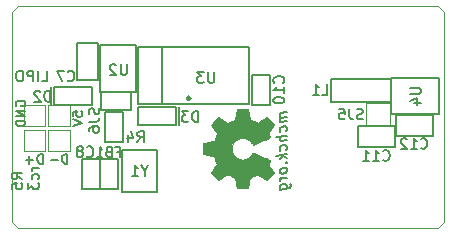
<source format=gbo>
G04 #@! TF.FileFunction,Legend,Bot*
%FSLAX46Y46*%
G04 Gerber Fmt 4.6, Leading zero omitted, Abs format (unit mm)*
G04 Created by KiCad (PCBNEW no-vcs-found-product) date Sun 27 Dec 2015 02:00:56 GMT*
%MOMM*%
G01*
G04 APERTURE LIST*
%ADD10C,0.150000*%
%ADD11C,0.100000*%
%ADD12C,0.099060*%
%ADD13C,0.099600*%
%ADD14C,0.149860*%
%ADD15C,0.299720*%
%ADD16C,0.002540*%
%ADD17C,0.120000*%
%ADD18C,0.152400*%
G04 APERTURE END LIST*
D10*
D11*
X38862000Y-41910000D02*
X38862000Y-59690000D01*
D12*
X74930000Y-60198000D02*
X39370000Y-60198000D01*
X75438000Y-41910000D02*
X75438000Y-59690000D01*
X39370000Y-41402000D02*
X74930000Y-41402000D01*
D13*
X39370000Y-60198000D02*
X38862000Y-59690000D01*
X75438000Y-59690000D02*
X74930000Y-60198000D01*
X74930000Y-41402000D02*
X75438000Y-41910000D01*
X38862000Y-41910000D02*
X39370000Y-41402000D01*
D14*
X39702421Y-56072388D02*
X39274249Y-55772668D01*
X39702421Y-55558583D02*
X38803261Y-55558583D01*
X38803261Y-55901120D01*
X38846078Y-55986754D01*
X38888895Y-56029571D01*
X38974529Y-56072388D01*
X39102981Y-56072388D01*
X39188615Y-56029571D01*
X39231432Y-55986754D01*
X39274249Y-55901120D01*
X39274249Y-55558583D01*
X38803261Y-56885914D02*
X38803261Y-56457743D01*
X39231432Y-56414926D01*
X39188615Y-56457743D01*
X39145798Y-56543377D01*
X39145798Y-56757463D01*
X39188615Y-56843097D01*
X39231432Y-56885914D01*
X39317067Y-56928731D01*
X39531152Y-56928731D01*
X39616787Y-56885914D01*
X39659604Y-56843097D01*
X39702421Y-56757463D01*
X39702421Y-56543377D01*
X39659604Y-56457743D01*
X39616787Y-56414926D01*
X41111105Y-55130411D02*
X40511665Y-55130411D01*
X40682933Y-55130411D02*
X40597299Y-55173228D01*
X40554482Y-55216045D01*
X40511665Y-55301679D01*
X40511665Y-55387314D01*
X41068288Y-56072388D02*
X41111105Y-55986754D01*
X41111105Y-55815485D01*
X41068288Y-55729851D01*
X41025471Y-55687034D01*
X40939836Y-55644217D01*
X40682933Y-55644217D01*
X40597299Y-55687034D01*
X40554482Y-55729851D01*
X40511665Y-55815485D01*
X40511665Y-55986754D01*
X40554482Y-56072388D01*
X40211945Y-56372108D02*
X40211945Y-56928731D01*
X40554482Y-56629011D01*
X40554482Y-56757463D01*
X40597299Y-56843097D01*
X40640116Y-56885914D01*
X40725751Y-56928731D01*
X40939836Y-56928731D01*
X41025471Y-56885914D01*
X41068288Y-56843097D01*
X41111105Y-56757463D01*
X41111105Y-56500560D01*
X41068288Y-56414926D01*
X41025471Y-56372108D01*
X62106763Y-50416460D02*
X61507323Y-50491390D01*
X61592957Y-50480686D02*
X61550140Y-50528855D01*
X61507323Y-50619841D01*
X61507323Y-50748293D01*
X61550140Y-50828575D01*
X61635774Y-50860688D01*
X62106763Y-50801814D01*
X61635774Y-50860688D02*
X61550140Y-50914209D01*
X61507323Y-51005195D01*
X61507323Y-51133647D01*
X61550140Y-51213929D01*
X61635774Y-51246042D01*
X62106763Y-51187168D01*
X62063946Y-52006046D02*
X62106763Y-51915060D01*
X62106763Y-51743791D01*
X62063946Y-51663509D01*
X62021129Y-51626044D01*
X61935494Y-51593932D01*
X61678591Y-51626045D01*
X61592957Y-51679566D01*
X61550140Y-51727735D01*
X61507323Y-51818721D01*
X61507323Y-51989990D01*
X61550140Y-52070272D01*
X62106763Y-52386049D02*
X61207603Y-52498444D01*
X62106763Y-52771403D02*
X61635774Y-52830277D01*
X61550140Y-52798164D01*
X61507323Y-52717882D01*
X61507323Y-52589430D01*
X61550140Y-52498444D01*
X61592957Y-52450275D01*
X62063946Y-53590281D02*
X62106763Y-53499295D01*
X62106763Y-53328026D01*
X62063946Y-53247744D01*
X62021129Y-53210279D01*
X61935494Y-53178167D01*
X61678591Y-53210280D01*
X61592957Y-53263801D01*
X61550140Y-53311970D01*
X61507323Y-53402956D01*
X61507323Y-53574225D01*
X61550140Y-53654507D01*
X62106763Y-53970284D02*
X61207603Y-54082679D01*
X61764226Y-54098735D02*
X62106763Y-54312821D01*
X61507323Y-54387751D02*
X61849860Y-54002397D01*
X62021129Y-54708879D02*
X62063946Y-54746344D01*
X62106763Y-54698175D01*
X62063946Y-54660710D01*
X62021129Y-54708879D01*
X62106763Y-54698175D01*
X62106763Y-55254797D02*
X62063946Y-55174515D01*
X62021129Y-55137050D01*
X61935494Y-55104938D01*
X61678591Y-55137051D01*
X61592957Y-55190572D01*
X61550140Y-55238741D01*
X61507323Y-55329727D01*
X61507323Y-55458179D01*
X61550140Y-55538461D01*
X61592957Y-55575926D01*
X61678591Y-55608039D01*
X61935494Y-55575926D01*
X62021129Y-55522404D01*
X62063946Y-55474235D01*
X62106763Y-55383249D01*
X62106763Y-55254797D01*
X62106763Y-55939872D02*
X61507323Y-56014802D01*
X61678591Y-55993394D02*
X61592957Y-56046915D01*
X61550140Y-56095084D01*
X61507323Y-56186070D01*
X61507323Y-56271705D01*
X61507323Y-56956779D02*
X62235214Y-56865793D01*
X62320849Y-56812271D01*
X62363666Y-56764102D01*
X62406483Y-56673115D01*
X62406483Y-56544664D01*
X62363666Y-56464382D01*
X62063946Y-56887201D02*
X62106763Y-56796215D01*
X62106763Y-56624946D01*
X62063946Y-56544664D01*
X62021129Y-56507199D01*
X61935494Y-56475087D01*
X61678591Y-56507200D01*
X61592957Y-56560721D01*
X61550140Y-56608890D01*
X61507323Y-56699876D01*
X61507323Y-56871145D01*
X61550140Y-56951427D01*
X42158500Y-49762000D02*
X42158500Y-48238000D01*
X42412500Y-49762000D02*
X45587500Y-49762000D01*
X45587500Y-49762000D02*
X45587500Y-48238000D01*
X45587500Y-48238000D02*
X42412500Y-48238000D01*
X42412500Y-48238000D02*
X42412500Y-49762000D01*
X70911800Y-47557440D02*
X65831800Y-47557440D01*
X65831800Y-47557440D02*
X65831800Y-49558960D01*
X65831800Y-49558960D02*
X70911800Y-49558960D01*
X70911800Y-49558960D02*
X70911800Y-47557440D01*
X49324000Y-44695940D02*
X49324000Y-48704060D01*
X49324000Y-44693400D02*
X46276000Y-44693400D01*
X46276000Y-44695940D02*
X46276000Y-48704060D01*
X46276000Y-48704060D02*
X49324000Y-48704060D01*
X51075340Y-57200860D02*
X51075340Y-53599140D01*
X51075340Y-53599140D02*
X48174660Y-53599140D01*
X48174660Y-53599140D02*
X48174660Y-57200860D01*
X48174660Y-57200860D02*
X51075340Y-57200860D01*
X51499220Y-49751100D02*
X49500240Y-49751100D01*
X49500240Y-49751100D02*
X49500240Y-44848900D01*
X49500240Y-44848900D02*
X51499220Y-44848900D01*
X58900780Y-49751100D02*
X58900780Y-44848900D01*
X58900780Y-44848900D02*
X51499220Y-44848900D01*
X51499220Y-44848900D02*
X51499220Y-49751100D01*
X51499220Y-49751100D02*
X58900780Y-49751100D01*
D15*
X53883259Y-49227860D02*
G75*
G03X53883259Y-49227860I-100579J0D01*
G01*
D14*
X46738000Y-50430000D02*
X46738000Y-52970000D01*
X46738000Y-52970000D02*
X48262000Y-52970000D01*
X48262000Y-52970000D02*
X48262000Y-50430000D01*
X48262000Y-50430000D02*
X46738000Y-50430000D01*
X44311000Y-44512500D02*
X44311000Y-47687500D01*
X44311000Y-47687500D02*
X46089000Y-47687500D01*
X46089000Y-47687500D02*
X46089000Y-44512500D01*
X46089000Y-44512500D02*
X44311000Y-44512500D01*
X60662000Y-49770000D02*
X60662000Y-47230000D01*
X60662000Y-47230000D02*
X59138000Y-47230000D01*
X59138000Y-47230000D02*
X59138000Y-49770000D01*
X59138000Y-49770000D02*
X60662000Y-49770000D01*
X52941500Y-49938000D02*
X52941500Y-51462000D01*
X52687500Y-49938000D02*
X49512500Y-49938000D01*
X49512500Y-49938000D02*
X49512500Y-51462000D01*
X49512500Y-51462000D02*
X52687500Y-51462000D01*
X52687500Y-51462000D02*
X52687500Y-49938000D01*
X74487500Y-50611000D02*
X71312500Y-50611000D01*
X71312500Y-50611000D02*
X71312500Y-52389000D01*
X71312500Y-52389000D02*
X74487500Y-52389000D01*
X74487500Y-52389000D02*
X74487500Y-50611000D01*
X68112500Y-53389000D02*
X71287500Y-53389000D01*
X71287500Y-53389000D02*
X71287500Y-51611000D01*
X71287500Y-51611000D02*
X68112500Y-51611000D01*
X68112500Y-51611000D02*
X68112500Y-53389000D01*
D16*
G36*
X60999740Y-55524380D02*
X60979420Y-55488820D01*
X60931160Y-55410080D01*
X60857500Y-55298320D01*
X60771140Y-55166240D01*
X60679700Y-55034160D01*
X60608580Y-54924940D01*
X60557780Y-54848740D01*
X60540000Y-54818260D01*
X60547620Y-54800480D01*
X60578100Y-54736980D01*
X60623820Y-54648080D01*
X60651760Y-54594740D01*
X60687320Y-54510920D01*
X60694940Y-54467740D01*
X60684780Y-54462660D01*
X60621280Y-54432180D01*
X60512060Y-54383920D01*
X60367280Y-54320420D01*
X60197100Y-54246760D01*
X60014220Y-54170560D01*
X59828800Y-54091820D01*
X59651000Y-54018160D01*
X59490980Y-53954660D01*
X59358900Y-53901320D01*
X59270000Y-53865760D01*
X59231900Y-53853060D01*
X59221740Y-53858140D01*
X59181100Y-53898780D01*
X59127760Y-53972440D01*
X58998220Y-54129920D01*
X58805180Y-54287400D01*
X58584200Y-54381380D01*
X58337820Y-54414400D01*
X58109220Y-54386460D01*
X57890780Y-54297560D01*
X57695200Y-54145160D01*
X57547880Y-53959740D01*
X57456440Y-53743840D01*
X57425960Y-53500000D01*
X57451360Y-53268860D01*
X57540260Y-53045340D01*
X57690120Y-52847220D01*
X57786640Y-52763400D01*
X57984760Y-52649100D01*
X58198120Y-52585600D01*
X58254000Y-52577980D01*
X58487680Y-52588140D01*
X58711200Y-52656720D01*
X58911860Y-52781180D01*
X59076960Y-52951360D01*
X59092200Y-52974220D01*
X59153160Y-53052960D01*
X59193800Y-53106300D01*
X59226820Y-53149480D01*
X59945640Y-52849760D01*
X60059940Y-52801500D01*
X60258060Y-52720220D01*
X60425700Y-52649100D01*
X60560320Y-52590680D01*
X60651760Y-52550040D01*
X60687320Y-52532260D01*
X60689860Y-52532260D01*
X60694940Y-52504320D01*
X60674620Y-52450980D01*
X60626360Y-52349380D01*
X60590800Y-52283340D01*
X60555240Y-52207140D01*
X60540000Y-52171580D01*
X60557780Y-52143640D01*
X60603500Y-52069980D01*
X60674620Y-51963300D01*
X60763520Y-51833760D01*
X60847340Y-51711840D01*
X60921000Y-51600080D01*
X60974340Y-51518800D01*
X60994660Y-51478160D01*
X60994660Y-51473080D01*
X60974340Y-51437520D01*
X60921000Y-51371480D01*
X60829560Y-51274960D01*
X60692400Y-51135260D01*
X60669540Y-51114940D01*
X60555240Y-51000640D01*
X60458720Y-50909200D01*
X60387600Y-50845700D01*
X60357120Y-50822840D01*
X60357120Y-50822840D01*
X60319020Y-50843160D01*
X60235200Y-50896500D01*
X60120900Y-50970160D01*
X59988820Y-51061600D01*
X59643380Y-51300360D01*
X59315720Y-51168280D01*
X59216660Y-51127640D01*
X59094740Y-51076840D01*
X59008380Y-51038740D01*
X58970280Y-51020960D01*
X58957580Y-50985400D01*
X58937260Y-50896500D01*
X58909320Y-50766960D01*
X58881380Y-50612020D01*
X58853440Y-50464700D01*
X58828040Y-50332620D01*
X58810260Y-50236100D01*
X58802640Y-50192920D01*
X58795020Y-50182760D01*
X58774700Y-50172600D01*
X58728980Y-50167520D01*
X58647700Y-50164980D01*
X58520700Y-50162440D01*
X58337820Y-50162440D01*
X58317500Y-50162440D01*
X58142240Y-50164980D01*
X58002540Y-50167520D01*
X57911100Y-50172600D01*
X57875540Y-50177680D01*
X57875540Y-50177680D01*
X57865380Y-50220860D01*
X57845060Y-50314840D01*
X57819660Y-50446920D01*
X57789180Y-50604400D01*
X57786640Y-50614560D01*
X57756160Y-50772040D01*
X57728220Y-50906660D01*
X57707900Y-50998100D01*
X57695200Y-51036200D01*
X57685040Y-51046360D01*
X57621540Y-51076840D01*
X57525020Y-51122560D01*
X57405640Y-51175900D01*
X57281180Y-51226700D01*
X57169420Y-51269880D01*
X57085600Y-51300360D01*
X57047500Y-51310520D01*
X57047500Y-51310520D01*
X57009400Y-51285120D01*
X56928120Y-51231780D01*
X56813820Y-51155580D01*
X56679200Y-51061600D01*
X56669040Y-51056520D01*
X56536960Y-50965080D01*
X56422660Y-50891420D01*
X56341380Y-50843160D01*
X56305820Y-50822840D01*
X56303280Y-50825380D01*
X56265180Y-50853320D01*
X56188980Y-50921900D01*
X56087380Y-51018420D01*
X55968000Y-51135260D01*
X55932440Y-51173360D01*
X55805440Y-51302900D01*
X55721620Y-51394340D01*
X55678440Y-51450220D01*
X55668280Y-51475620D01*
X55668280Y-51478160D01*
X55693680Y-51518800D01*
X55749560Y-51602620D01*
X55825760Y-51716920D01*
X55917200Y-51851540D01*
X55924820Y-51861700D01*
X56016260Y-51993780D01*
X56089920Y-52105540D01*
X56143260Y-52184280D01*
X56163580Y-52219840D01*
X56163580Y-52224920D01*
X56148340Y-52280800D01*
X56115320Y-52374780D01*
X56069600Y-52491620D01*
X56018800Y-52616080D01*
X55973080Y-52727840D01*
X55934980Y-52811660D01*
X55912120Y-52849760D01*
X55909580Y-52852300D01*
X55861320Y-52865000D01*
X55762260Y-52887860D01*
X55625100Y-52918340D01*
X55460000Y-52948820D01*
X55434600Y-52953900D01*
X55274580Y-52984380D01*
X55145040Y-53009780D01*
X55053600Y-53027560D01*
X55015500Y-53037720D01*
X55010420Y-53060580D01*
X55005340Y-53136780D01*
X55002800Y-53256160D01*
X55000260Y-53398400D01*
X55000260Y-53550800D01*
X55005340Y-53698120D01*
X55007880Y-53822580D01*
X55015500Y-53914020D01*
X55023120Y-53952120D01*
X55025660Y-53952120D01*
X55073920Y-53967360D01*
X55172980Y-53987680D01*
X55312680Y-54015620D01*
X55475240Y-54048640D01*
X55505720Y-54053720D01*
X55663200Y-54084200D01*
X55792740Y-54109600D01*
X55884180Y-54129920D01*
X55919740Y-54140080D01*
X55927360Y-54152780D01*
X55955300Y-54218820D01*
X55998480Y-54325500D01*
X56051820Y-54457580D01*
X56176280Y-54762380D01*
X55919740Y-55138300D01*
X55896880Y-55171320D01*
X55802900Y-55305940D01*
X55729240Y-55417700D01*
X55680980Y-55493900D01*
X55663200Y-55526920D01*
X55663200Y-55529460D01*
X55696220Y-55567560D01*
X55764800Y-55641220D01*
X55863860Y-55742820D01*
X55983240Y-55859660D01*
X56069600Y-55948560D01*
X56173740Y-56050160D01*
X56244860Y-56116200D01*
X56290580Y-56151760D01*
X56318520Y-56164460D01*
X56336300Y-56161920D01*
X56374400Y-56136520D01*
X56458220Y-56083180D01*
X56569980Y-56004440D01*
X56704600Y-55913000D01*
X56813820Y-55839340D01*
X56940820Y-55758060D01*
X57029720Y-55704720D01*
X57072900Y-55686940D01*
X57093220Y-55692020D01*
X57164340Y-55717420D01*
X57276100Y-55760600D01*
X57408180Y-55819020D01*
X57705360Y-55948560D01*
X57743460Y-56141600D01*
X57763780Y-56260980D01*
X57796800Y-56426080D01*
X57827280Y-56583560D01*
X57875540Y-56829940D01*
X58779780Y-56837560D01*
X58795020Y-56799460D01*
X58805180Y-56763900D01*
X58825500Y-56672460D01*
X58850900Y-56542920D01*
X58878840Y-56387980D01*
X58904240Y-56258440D01*
X58929640Y-56126360D01*
X58947420Y-56029840D01*
X58957580Y-55989200D01*
X58970280Y-55979040D01*
X59033780Y-55946020D01*
X59135380Y-55897760D01*
X59257300Y-55846960D01*
X59384300Y-55793620D01*
X59501140Y-55747900D01*
X59590040Y-55714880D01*
X59638300Y-55702180D01*
X59671320Y-55719960D01*
X59750060Y-55770760D01*
X59859280Y-55841880D01*
X59991360Y-55933320D01*
X60120900Y-56022220D01*
X60235200Y-56098420D01*
X60313940Y-56149220D01*
X60352040Y-56172080D01*
X60377440Y-56161920D01*
X60440940Y-56108580D01*
X60542540Y-56009520D01*
X60687320Y-55862200D01*
X60710180Y-55839340D01*
X60824480Y-55722500D01*
X60915920Y-55623440D01*
X60976880Y-55554860D01*
X60999740Y-55524380D01*
X60999740Y-55524380D01*
G37*
X60999740Y-55524380D02*
X60979420Y-55488820D01*
X60931160Y-55410080D01*
X60857500Y-55298320D01*
X60771140Y-55166240D01*
X60679700Y-55034160D01*
X60608580Y-54924940D01*
X60557780Y-54848740D01*
X60540000Y-54818260D01*
X60547620Y-54800480D01*
X60578100Y-54736980D01*
X60623820Y-54648080D01*
X60651760Y-54594740D01*
X60687320Y-54510920D01*
X60694940Y-54467740D01*
X60684780Y-54462660D01*
X60621280Y-54432180D01*
X60512060Y-54383920D01*
X60367280Y-54320420D01*
X60197100Y-54246760D01*
X60014220Y-54170560D01*
X59828800Y-54091820D01*
X59651000Y-54018160D01*
X59490980Y-53954660D01*
X59358900Y-53901320D01*
X59270000Y-53865760D01*
X59231900Y-53853060D01*
X59221740Y-53858140D01*
X59181100Y-53898780D01*
X59127760Y-53972440D01*
X58998220Y-54129920D01*
X58805180Y-54287400D01*
X58584200Y-54381380D01*
X58337820Y-54414400D01*
X58109220Y-54386460D01*
X57890780Y-54297560D01*
X57695200Y-54145160D01*
X57547880Y-53959740D01*
X57456440Y-53743840D01*
X57425960Y-53500000D01*
X57451360Y-53268860D01*
X57540260Y-53045340D01*
X57690120Y-52847220D01*
X57786640Y-52763400D01*
X57984760Y-52649100D01*
X58198120Y-52585600D01*
X58254000Y-52577980D01*
X58487680Y-52588140D01*
X58711200Y-52656720D01*
X58911860Y-52781180D01*
X59076960Y-52951360D01*
X59092200Y-52974220D01*
X59153160Y-53052960D01*
X59193800Y-53106300D01*
X59226820Y-53149480D01*
X59945640Y-52849760D01*
X60059940Y-52801500D01*
X60258060Y-52720220D01*
X60425700Y-52649100D01*
X60560320Y-52590680D01*
X60651760Y-52550040D01*
X60687320Y-52532260D01*
X60689860Y-52532260D01*
X60694940Y-52504320D01*
X60674620Y-52450980D01*
X60626360Y-52349380D01*
X60590800Y-52283340D01*
X60555240Y-52207140D01*
X60540000Y-52171580D01*
X60557780Y-52143640D01*
X60603500Y-52069980D01*
X60674620Y-51963300D01*
X60763520Y-51833760D01*
X60847340Y-51711840D01*
X60921000Y-51600080D01*
X60974340Y-51518800D01*
X60994660Y-51478160D01*
X60994660Y-51473080D01*
X60974340Y-51437520D01*
X60921000Y-51371480D01*
X60829560Y-51274960D01*
X60692400Y-51135260D01*
X60669540Y-51114940D01*
X60555240Y-51000640D01*
X60458720Y-50909200D01*
X60387600Y-50845700D01*
X60357120Y-50822840D01*
X60357120Y-50822840D01*
X60319020Y-50843160D01*
X60235200Y-50896500D01*
X60120900Y-50970160D01*
X59988820Y-51061600D01*
X59643380Y-51300360D01*
X59315720Y-51168280D01*
X59216660Y-51127640D01*
X59094740Y-51076840D01*
X59008380Y-51038740D01*
X58970280Y-51020960D01*
X58957580Y-50985400D01*
X58937260Y-50896500D01*
X58909320Y-50766960D01*
X58881380Y-50612020D01*
X58853440Y-50464700D01*
X58828040Y-50332620D01*
X58810260Y-50236100D01*
X58802640Y-50192920D01*
X58795020Y-50182760D01*
X58774700Y-50172600D01*
X58728980Y-50167520D01*
X58647700Y-50164980D01*
X58520700Y-50162440D01*
X58337820Y-50162440D01*
X58317500Y-50162440D01*
X58142240Y-50164980D01*
X58002540Y-50167520D01*
X57911100Y-50172600D01*
X57875540Y-50177680D01*
X57875540Y-50177680D01*
X57865380Y-50220860D01*
X57845060Y-50314840D01*
X57819660Y-50446920D01*
X57789180Y-50604400D01*
X57786640Y-50614560D01*
X57756160Y-50772040D01*
X57728220Y-50906660D01*
X57707900Y-50998100D01*
X57695200Y-51036200D01*
X57685040Y-51046360D01*
X57621540Y-51076840D01*
X57525020Y-51122560D01*
X57405640Y-51175900D01*
X57281180Y-51226700D01*
X57169420Y-51269880D01*
X57085600Y-51300360D01*
X57047500Y-51310520D01*
X57047500Y-51310520D01*
X57009400Y-51285120D01*
X56928120Y-51231780D01*
X56813820Y-51155580D01*
X56679200Y-51061600D01*
X56669040Y-51056520D01*
X56536960Y-50965080D01*
X56422660Y-50891420D01*
X56341380Y-50843160D01*
X56305820Y-50822840D01*
X56303280Y-50825380D01*
X56265180Y-50853320D01*
X56188980Y-50921900D01*
X56087380Y-51018420D01*
X55968000Y-51135260D01*
X55932440Y-51173360D01*
X55805440Y-51302900D01*
X55721620Y-51394340D01*
X55678440Y-51450220D01*
X55668280Y-51475620D01*
X55668280Y-51478160D01*
X55693680Y-51518800D01*
X55749560Y-51602620D01*
X55825760Y-51716920D01*
X55917200Y-51851540D01*
X55924820Y-51861700D01*
X56016260Y-51993780D01*
X56089920Y-52105540D01*
X56143260Y-52184280D01*
X56163580Y-52219840D01*
X56163580Y-52224920D01*
X56148340Y-52280800D01*
X56115320Y-52374780D01*
X56069600Y-52491620D01*
X56018800Y-52616080D01*
X55973080Y-52727840D01*
X55934980Y-52811660D01*
X55912120Y-52849760D01*
X55909580Y-52852300D01*
X55861320Y-52865000D01*
X55762260Y-52887860D01*
X55625100Y-52918340D01*
X55460000Y-52948820D01*
X55434600Y-52953900D01*
X55274580Y-52984380D01*
X55145040Y-53009780D01*
X55053600Y-53027560D01*
X55015500Y-53037720D01*
X55010420Y-53060580D01*
X55005340Y-53136780D01*
X55002800Y-53256160D01*
X55000260Y-53398400D01*
X55000260Y-53550800D01*
X55005340Y-53698120D01*
X55007880Y-53822580D01*
X55015500Y-53914020D01*
X55023120Y-53952120D01*
X55025660Y-53952120D01*
X55073920Y-53967360D01*
X55172980Y-53987680D01*
X55312680Y-54015620D01*
X55475240Y-54048640D01*
X55505720Y-54053720D01*
X55663200Y-54084200D01*
X55792740Y-54109600D01*
X55884180Y-54129920D01*
X55919740Y-54140080D01*
X55927360Y-54152780D01*
X55955300Y-54218820D01*
X55998480Y-54325500D01*
X56051820Y-54457580D01*
X56176280Y-54762380D01*
X55919740Y-55138300D01*
X55896880Y-55171320D01*
X55802900Y-55305940D01*
X55729240Y-55417700D01*
X55680980Y-55493900D01*
X55663200Y-55526920D01*
X55663200Y-55529460D01*
X55696220Y-55567560D01*
X55764800Y-55641220D01*
X55863860Y-55742820D01*
X55983240Y-55859660D01*
X56069600Y-55948560D01*
X56173740Y-56050160D01*
X56244860Y-56116200D01*
X56290580Y-56151760D01*
X56318520Y-56164460D01*
X56336300Y-56161920D01*
X56374400Y-56136520D01*
X56458220Y-56083180D01*
X56569980Y-56004440D01*
X56704600Y-55913000D01*
X56813820Y-55839340D01*
X56940820Y-55758060D01*
X57029720Y-55704720D01*
X57072900Y-55686940D01*
X57093220Y-55692020D01*
X57164340Y-55717420D01*
X57276100Y-55760600D01*
X57408180Y-55819020D01*
X57705360Y-55948560D01*
X57743460Y-56141600D01*
X57763780Y-56260980D01*
X57796800Y-56426080D01*
X57827280Y-56583560D01*
X57875540Y-56829940D01*
X58779780Y-56837560D01*
X58795020Y-56799460D01*
X58805180Y-56763900D01*
X58825500Y-56672460D01*
X58850900Y-56542920D01*
X58878840Y-56387980D01*
X58904240Y-56258440D01*
X58929640Y-56126360D01*
X58947420Y-56029840D01*
X58957580Y-55989200D01*
X58970280Y-55979040D01*
X59033780Y-55946020D01*
X59135380Y-55897760D01*
X59257300Y-55846960D01*
X59384300Y-55793620D01*
X59501140Y-55747900D01*
X59590040Y-55714880D01*
X59638300Y-55702180D01*
X59671320Y-55719960D01*
X59750060Y-55770760D01*
X59859280Y-55841880D01*
X59991360Y-55933320D01*
X60120900Y-56022220D01*
X60235200Y-56098420D01*
X60313940Y-56149220D01*
X60352040Y-56172080D01*
X60377440Y-56161920D01*
X60440940Y-56108580D01*
X60542540Y-56009520D01*
X60687320Y-55862200D01*
X60710180Y-55839340D01*
X60824480Y-55722500D01*
X60915920Y-55623440D01*
X60976880Y-55554860D01*
X60999740Y-55524380D01*
D14*
X47812000Y-56920000D02*
X47812000Y-54380000D01*
X47812000Y-54380000D02*
X46288000Y-54380000D01*
X46288000Y-54380000D02*
X46288000Y-56920000D01*
X46288000Y-56920000D02*
X47812000Y-56920000D01*
X74947860Y-50590200D02*
X70939740Y-50590200D01*
X74950400Y-50590200D02*
X74950400Y-47542200D01*
X74947860Y-47542200D02*
X70939740Y-47542200D01*
X70939740Y-47542200D02*
X70939740Y-50590200D01*
X46262000Y-56920000D02*
X46262000Y-54380000D01*
X46262000Y-54380000D02*
X44738000Y-54380000D01*
X44738000Y-54380000D02*
X44738000Y-56920000D01*
X44738000Y-56920000D02*
X46262000Y-56920000D01*
X46330000Y-50262000D02*
X48870000Y-50262000D01*
X48870000Y-50262000D02*
X48870000Y-48738000D01*
X48870000Y-48738000D02*
X46330000Y-48738000D01*
X46330000Y-48738000D02*
X46330000Y-50262000D01*
D17*
X68800000Y-51600000D02*
X70800000Y-51600000D01*
X70800000Y-51600000D02*
X70800000Y-49600000D01*
X70800000Y-49600000D02*
X68800000Y-49600000D01*
X68800000Y-49600000D02*
X68800000Y-51600000D01*
X41900000Y-51600000D02*
X43700000Y-51600000D01*
X43700000Y-51600000D02*
X43700000Y-49800000D01*
X43700000Y-49800000D02*
X41900000Y-49800000D01*
X41900000Y-49800000D02*
X41900000Y-51600000D01*
X39800000Y-51600000D02*
X41600000Y-51600000D01*
X41600000Y-51600000D02*
X41600000Y-49800000D01*
X41600000Y-49800000D02*
X39800000Y-49800000D01*
X39800000Y-49800000D02*
X39800000Y-51600000D01*
X41900000Y-53700000D02*
X43700000Y-53700000D01*
X43700000Y-53700000D02*
X43700000Y-51900000D01*
X43700000Y-51900000D02*
X41900000Y-51900000D01*
X41900000Y-51900000D02*
X41900000Y-53700000D01*
X39800000Y-53700000D02*
X41600000Y-53700000D01*
X41600000Y-53700000D02*
X41600000Y-51900000D01*
X41600000Y-51900000D02*
X39800000Y-51900000D01*
X39800000Y-51900000D02*
X39800000Y-53700000D01*
D14*
X42063665Y-49506763D02*
X42063665Y-48607603D01*
X41849580Y-48607603D01*
X41721128Y-48650420D01*
X41635494Y-48736054D01*
X41592677Y-48821689D01*
X41549860Y-48992957D01*
X41549860Y-49121409D01*
X41592677Y-49292677D01*
X41635494Y-49378311D01*
X41721128Y-49463946D01*
X41849580Y-49506763D01*
X42063665Y-49506763D01*
X41207322Y-48693237D02*
X41164505Y-48650420D01*
X41078871Y-48607603D01*
X40864785Y-48607603D01*
X40779151Y-48650420D01*
X40736334Y-48693237D01*
X40693517Y-48778871D01*
X40693517Y-48864506D01*
X40736334Y-48992957D01*
X41250140Y-49506763D01*
X40693517Y-49506763D01*
X65046860Y-48920763D02*
X65475031Y-48920763D01*
X65475031Y-48021603D01*
X64276152Y-48920763D02*
X64789957Y-48920763D01*
X64533055Y-48920763D02*
X64533055Y-48021603D01*
X64618689Y-48150054D01*
X64704323Y-48235689D01*
X64789957Y-48278506D01*
X48525074Y-46345203D02*
X48525074Y-47073094D01*
X48482257Y-47158729D01*
X48439440Y-47201546D01*
X48353806Y-47244363D01*
X48182537Y-47244363D01*
X48096903Y-47201546D01*
X48054086Y-47158729D01*
X48011269Y-47073094D01*
X48011269Y-46345203D01*
X47625914Y-46430837D02*
X47583097Y-46388020D01*
X47497463Y-46345203D01*
X47283377Y-46345203D01*
X47197743Y-46388020D01*
X47154926Y-46430837D01*
X47112109Y-46516471D01*
X47112109Y-46602106D01*
X47154926Y-46730557D01*
X47668732Y-47244363D01*
X47112109Y-47244363D01*
X50053172Y-55378591D02*
X50053172Y-55806763D01*
X50352892Y-54907603D02*
X50053172Y-55378591D01*
X49753452Y-54907603D01*
X48982743Y-55806763D02*
X49496548Y-55806763D01*
X49239646Y-55806763D02*
X49239646Y-54907603D01*
X49325280Y-55036054D01*
X49410914Y-55121689D01*
X49496548Y-55164506D01*
X55935074Y-47007603D02*
X55935074Y-47735494D01*
X55892257Y-47821129D01*
X55849440Y-47863946D01*
X55763806Y-47906763D01*
X55592537Y-47906763D01*
X55506903Y-47863946D01*
X55464086Y-47821129D01*
X55421269Y-47735494D01*
X55421269Y-47007603D01*
X55078732Y-47007603D02*
X54522109Y-47007603D01*
X54821829Y-47350140D01*
X54693377Y-47350140D01*
X54607743Y-47392957D01*
X54564926Y-47435774D01*
X54522109Y-47521409D01*
X54522109Y-47735494D01*
X54564926Y-47821129D01*
X54607743Y-47863946D01*
X54693377Y-47906763D01*
X54950280Y-47906763D01*
X55035914Y-47863946D01*
X55078732Y-47821129D01*
X49449860Y-52906763D02*
X49749580Y-52478591D01*
X49963665Y-52906763D02*
X49963665Y-52007603D01*
X49621128Y-52007603D01*
X49535494Y-52050420D01*
X49492677Y-52093237D01*
X49449860Y-52178871D01*
X49449860Y-52307323D01*
X49492677Y-52392957D01*
X49535494Y-52435774D01*
X49621128Y-52478591D01*
X49963665Y-52478591D01*
X48679151Y-52307323D02*
X48679151Y-52906763D01*
X48893237Y-51964786D02*
X49107322Y-52607043D01*
X48550700Y-52607043D01*
X43549860Y-47721129D02*
X43592677Y-47763946D01*
X43721128Y-47806763D01*
X43806762Y-47806763D01*
X43935214Y-47763946D01*
X44020848Y-47678311D01*
X44063665Y-47592677D01*
X44106482Y-47421409D01*
X44106482Y-47292957D01*
X44063665Y-47121689D01*
X44020848Y-47036054D01*
X43935214Y-46950420D01*
X43806762Y-46907603D01*
X43721128Y-46907603D01*
X43592677Y-46950420D01*
X43549860Y-46993237D01*
X43250140Y-46907603D02*
X42650700Y-46907603D01*
X43036054Y-47806763D01*
X61773129Y-47935968D02*
X61815946Y-47893151D01*
X61858763Y-47764700D01*
X61858763Y-47679066D01*
X61815946Y-47550614D01*
X61730311Y-47464980D01*
X61644677Y-47422163D01*
X61473409Y-47379346D01*
X61344957Y-47379346D01*
X61173689Y-47422163D01*
X61088054Y-47464980D01*
X61002420Y-47550614D01*
X60959603Y-47679066D01*
X60959603Y-47764700D01*
X61002420Y-47893151D01*
X61045237Y-47935968D01*
X61858763Y-48792311D02*
X61858763Y-48278506D01*
X61858763Y-48535408D02*
X60959603Y-48535408D01*
X61088054Y-48449774D01*
X61173689Y-48364140D01*
X61216506Y-48278506D01*
X60959603Y-49348934D02*
X60959603Y-49434569D01*
X61002420Y-49520203D01*
X61045237Y-49563020D01*
X61130871Y-49605837D01*
X61302140Y-49648654D01*
X61516226Y-49648654D01*
X61687494Y-49605837D01*
X61773129Y-49563020D01*
X61815946Y-49520203D01*
X61858763Y-49434569D01*
X61858763Y-49348934D01*
X61815946Y-49263300D01*
X61773129Y-49220483D01*
X61687494Y-49177666D01*
X61516226Y-49134849D01*
X61302140Y-49134849D01*
X61130871Y-49177666D01*
X61045237Y-49220483D01*
X61002420Y-49263300D01*
X60959603Y-49348934D01*
X54563665Y-51206763D02*
X54563665Y-50307603D01*
X54349580Y-50307603D01*
X54221128Y-50350420D01*
X54135494Y-50436054D01*
X54092677Y-50521689D01*
X54049860Y-50692957D01*
X54049860Y-50821409D01*
X54092677Y-50992677D01*
X54135494Y-51078311D01*
X54221128Y-51163946D01*
X54349580Y-51206763D01*
X54563665Y-51206763D01*
X53750140Y-50307603D02*
X53193517Y-50307603D01*
X53493237Y-50650140D01*
X53364785Y-50650140D01*
X53279151Y-50692957D01*
X53236334Y-50735774D01*
X53193517Y-50821409D01*
X53193517Y-51035494D01*
X53236334Y-51121129D01*
X53279151Y-51163946D01*
X53364785Y-51206763D01*
X53621688Y-51206763D01*
X53707322Y-51163946D01*
X53750140Y-51121129D01*
X73432232Y-53427929D02*
X73475049Y-53470746D01*
X73603500Y-53513563D01*
X73689134Y-53513563D01*
X73817586Y-53470746D01*
X73903220Y-53385111D01*
X73946037Y-53299477D01*
X73988854Y-53128209D01*
X73988854Y-52999757D01*
X73946037Y-52828489D01*
X73903220Y-52742854D01*
X73817586Y-52657220D01*
X73689134Y-52614403D01*
X73603500Y-52614403D01*
X73475049Y-52657220D01*
X73432232Y-52700037D01*
X72575889Y-53513563D02*
X73089694Y-53513563D01*
X72832792Y-53513563D02*
X72832792Y-52614403D01*
X72918426Y-52742854D01*
X73004060Y-52828489D01*
X73089694Y-52871306D01*
X72233351Y-52700037D02*
X72190534Y-52657220D01*
X72104900Y-52614403D01*
X71890814Y-52614403D01*
X71805180Y-52657220D01*
X71762363Y-52700037D01*
X71719546Y-52785671D01*
X71719546Y-52871306D01*
X71762363Y-52999757D01*
X72276169Y-53513563D01*
X71719546Y-53513563D01*
X70232232Y-54427929D02*
X70275049Y-54470746D01*
X70403500Y-54513563D01*
X70489134Y-54513563D01*
X70617586Y-54470746D01*
X70703220Y-54385111D01*
X70746037Y-54299477D01*
X70788854Y-54128209D01*
X70788854Y-53999757D01*
X70746037Y-53828489D01*
X70703220Y-53742854D01*
X70617586Y-53657220D01*
X70489134Y-53614403D01*
X70403500Y-53614403D01*
X70275049Y-53657220D01*
X70232232Y-53700037D01*
X69375889Y-54513563D02*
X69889694Y-54513563D01*
X69632792Y-54513563D02*
X69632792Y-53614403D01*
X69718426Y-53742854D01*
X69804060Y-53828489D01*
X69889694Y-53871306D01*
X68519546Y-54513563D02*
X69033351Y-54513563D01*
X68776449Y-54513563D02*
X68776449Y-53614403D01*
X68862083Y-53742854D01*
X68947717Y-53828489D01*
X69033351Y-53871306D01*
D18*
X47675000Y-53742143D02*
X47945000Y-53742143D01*
X47945000Y-54166429D02*
X47945000Y-53356429D01*
X47559286Y-53356429D01*
X46980714Y-53742143D02*
X46865000Y-53780714D01*
X46826428Y-53819286D01*
X46787857Y-53896429D01*
X46787857Y-54012143D01*
X46826428Y-54089286D01*
X46865000Y-54127857D01*
X46942142Y-54166429D01*
X47250714Y-54166429D01*
X47250714Y-53356429D01*
X46980714Y-53356429D01*
X46903571Y-53395000D01*
X46865000Y-53433571D01*
X46826428Y-53510714D01*
X46826428Y-53587857D01*
X46865000Y-53665000D01*
X46903571Y-53703571D01*
X46980714Y-53742143D01*
X47250714Y-53742143D01*
X46016428Y-54166429D02*
X46479285Y-54166429D01*
X46247857Y-54166429D02*
X46247857Y-53356429D01*
X46325000Y-53472143D01*
X46402142Y-53549286D01*
X46479285Y-53587857D01*
D14*
X72532603Y-48336926D02*
X73260494Y-48336926D01*
X73346129Y-48379743D01*
X73388946Y-48422560D01*
X73431763Y-48508194D01*
X73431763Y-48679463D01*
X73388946Y-48765097D01*
X73346129Y-48807914D01*
X73260494Y-48850731D01*
X72532603Y-48850731D01*
X72832323Y-49664257D02*
X73431763Y-49664257D01*
X72489786Y-49450171D02*
X73132043Y-49236086D01*
X73132043Y-49792708D01*
D18*
X45150000Y-54121429D02*
X45192857Y-54164286D01*
X45321428Y-54207143D01*
X45407142Y-54207143D01*
X45535714Y-54164286D01*
X45621428Y-54078571D01*
X45664285Y-53992857D01*
X45707142Y-53821429D01*
X45707142Y-53692857D01*
X45664285Y-53521429D01*
X45621428Y-53435714D01*
X45535714Y-53350000D01*
X45407142Y-53307143D01*
X45321428Y-53307143D01*
X45192857Y-53350000D01*
X45150000Y-53392857D01*
X44635714Y-53692857D02*
X44721428Y-53650000D01*
X44764285Y-53607143D01*
X44807142Y-53521429D01*
X44807142Y-53478571D01*
X44764285Y-53392857D01*
X44721428Y-53350000D01*
X44635714Y-53307143D01*
X44464285Y-53307143D01*
X44378571Y-53350000D01*
X44335714Y-53392857D01*
X44292857Y-53478571D01*
X44292857Y-53521429D01*
X44335714Y-53607143D01*
X44378571Y-53650000D01*
X44464285Y-53692857D01*
X44635714Y-53692857D01*
X44721428Y-53735714D01*
X44764285Y-53778571D01*
X44807142Y-53864286D01*
X44807142Y-54035714D01*
X44764285Y-54121429D01*
X44721428Y-54164286D01*
X44635714Y-54207143D01*
X44464285Y-54207143D01*
X44378571Y-54164286D01*
X44335714Y-54121429D01*
X44292857Y-54035714D01*
X44292857Y-53864286D01*
X44335714Y-53778571D01*
X44378571Y-53735714D01*
X44464285Y-53692857D01*
D14*
X46163946Y-50072389D02*
X46206763Y-50200840D01*
X46206763Y-50414926D01*
X46163946Y-50500560D01*
X46121129Y-50543377D01*
X46035494Y-50586194D01*
X45949860Y-50586194D01*
X45864226Y-50543377D01*
X45821409Y-50500560D01*
X45778591Y-50414926D01*
X45735774Y-50243657D01*
X45692957Y-50158023D01*
X45650140Y-50115206D01*
X45564506Y-50072389D01*
X45478871Y-50072389D01*
X45393237Y-50115206D01*
X45350420Y-50158023D01*
X45307603Y-50243657D01*
X45307603Y-50457743D01*
X45350420Y-50586194D01*
X45307603Y-51228452D02*
X45949860Y-51228452D01*
X46078311Y-51185634D01*
X46163946Y-51100000D01*
X46206763Y-50971549D01*
X46206763Y-50885914D01*
X45307603Y-52041977D02*
X45307603Y-51870708D01*
X45350420Y-51785074D01*
X45393237Y-51742257D01*
X45521689Y-51656623D01*
X45692957Y-51613806D01*
X46035494Y-51613806D01*
X46121129Y-51656623D01*
X46163946Y-51699440D01*
X46206763Y-51785074D01*
X46206763Y-51956343D01*
X46163946Y-52041977D01*
X46121129Y-52084794D01*
X46035494Y-52127611D01*
X45821409Y-52127611D01*
X45735774Y-52084794D01*
X45692957Y-52041977D01*
X45650140Y-51956343D01*
X45650140Y-51785074D01*
X45692957Y-51699440D01*
X45735774Y-51656623D01*
X45821409Y-51613806D01*
X68528571Y-50964286D02*
X68400000Y-51007143D01*
X68185714Y-51007143D01*
X68100000Y-50964286D01*
X68057143Y-50921429D01*
X68014286Y-50835714D01*
X68014286Y-50750000D01*
X68057143Y-50664286D01*
X68100000Y-50621429D01*
X68185714Y-50578571D01*
X68357143Y-50535714D01*
X68442857Y-50492857D01*
X68485714Y-50450000D01*
X68528571Y-50364286D01*
X68528571Y-50278571D01*
X68485714Y-50192857D01*
X68442857Y-50150000D01*
X68357143Y-50107143D01*
X68142857Y-50107143D01*
X68014286Y-50150000D01*
X67371428Y-50107143D02*
X67371428Y-50750000D01*
X67414286Y-50878571D01*
X67500000Y-50964286D01*
X67628571Y-51007143D01*
X67714286Y-51007143D01*
X66514286Y-50107143D02*
X66942857Y-50107143D01*
X66985714Y-50535714D01*
X66942857Y-50492857D01*
X66857143Y-50450000D01*
X66642857Y-50450000D01*
X66557143Y-50492857D01*
X66514286Y-50535714D01*
X66471429Y-50621429D01*
X66471429Y-50835714D01*
X66514286Y-50921429D01*
X66557143Y-50964286D01*
X66642857Y-51007143D01*
X66857143Y-51007143D01*
X66942857Y-50964286D01*
X66985714Y-50921429D01*
X43956429Y-50745714D02*
X43956429Y-50360000D01*
X44342143Y-50321429D01*
X44303571Y-50360000D01*
X44265000Y-50437143D01*
X44265000Y-50630000D01*
X44303571Y-50707143D01*
X44342143Y-50745714D01*
X44419286Y-50784286D01*
X44612143Y-50784286D01*
X44689286Y-50745714D01*
X44727857Y-50707143D01*
X44766429Y-50630000D01*
X44766429Y-50437143D01*
X44727857Y-50360000D01*
X44689286Y-50321429D01*
X43956429Y-51015715D02*
X44766429Y-51285715D01*
X43956429Y-51555715D01*
X39195000Y-49882858D02*
X39156429Y-49805715D01*
X39156429Y-49690001D01*
X39195000Y-49574286D01*
X39272143Y-49497144D01*
X39349286Y-49458572D01*
X39503571Y-49420001D01*
X39619286Y-49420001D01*
X39773571Y-49458572D01*
X39850714Y-49497144D01*
X39927857Y-49574286D01*
X39966429Y-49690001D01*
X39966429Y-49767144D01*
X39927857Y-49882858D01*
X39889286Y-49921429D01*
X39619286Y-49921429D01*
X39619286Y-49767144D01*
X39966429Y-50268572D02*
X39156429Y-50268572D01*
X39966429Y-50731429D01*
X39156429Y-50731429D01*
X39966429Y-51117143D02*
X39156429Y-51117143D01*
X39156429Y-51310000D01*
X39195000Y-51425715D01*
X39272143Y-51502857D01*
X39349286Y-51541429D01*
X39503571Y-51580000D01*
X39619286Y-51580000D01*
X39773571Y-51541429D01*
X39850714Y-51502857D01*
X39927857Y-51425715D01*
X39966429Y-51310000D01*
X39966429Y-51117143D01*
X43513571Y-54766429D02*
X43513571Y-53956429D01*
X43320714Y-53956429D01*
X43204999Y-53995000D01*
X43127857Y-54072143D01*
X43089285Y-54149286D01*
X43050714Y-54303571D01*
X43050714Y-54419286D01*
X43089285Y-54573571D01*
X43127857Y-54650714D01*
X43204999Y-54727857D01*
X43320714Y-54766429D01*
X43513571Y-54766429D01*
X42703571Y-54457857D02*
X42086428Y-54457857D01*
X41413571Y-54766429D02*
X41413571Y-53956429D01*
X41220714Y-53956429D01*
X41104999Y-53995000D01*
X41027857Y-54072143D01*
X40989285Y-54149286D01*
X40950714Y-54303571D01*
X40950714Y-54419286D01*
X40989285Y-54573571D01*
X41027857Y-54650714D01*
X41104999Y-54727857D01*
X41220714Y-54766429D01*
X41413571Y-54766429D01*
X40603571Y-54457857D02*
X39986428Y-54457857D01*
X40294999Y-54766429D02*
X40294999Y-54149286D01*
X41356342Y-47806763D02*
X41784513Y-47806763D01*
X41784513Y-46907603D01*
X41056622Y-47806763D02*
X41056622Y-46907603D01*
X40628451Y-47806763D02*
X40628451Y-46907603D01*
X40285914Y-46907603D01*
X40200280Y-46950420D01*
X40157463Y-46993237D01*
X40114646Y-47078871D01*
X40114646Y-47207323D01*
X40157463Y-47292957D01*
X40200280Y-47335774D01*
X40285914Y-47378591D01*
X40628451Y-47378591D01*
X39558023Y-46907603D02*
X39386754Y-46907603D01*
X39301120Y-46950420D01*
X39215486Y-47036054D01*
X39172668Y-47207323D01*
X39172668Y-47507043D01*
X39215486Y-47678311D01*
X39301120Y-47763946D01*
X39386754Y-47806763D01*
X39558023Y-47806763D01*
X39643657Y-47763946D01*
X39729291Y-47678311D01*
X39772108Y-47507043D01*
X39772108Y-47207323D01*
X39729291Y-47036054D01*
X39643657Y-46950420D01*
X39558023Y-46907603D01*
M02*

</source>
